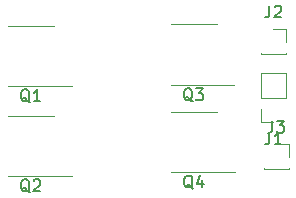
<source format=gbr>
%TF.GenerationSoftware,KiCad,Pcbnew,7.0.6*%
%TF.CreationDate,2023-10-15T16:26:04+03:00*%
%TF.ProjectId,MOSFET,4d4f5346-4554-42e6-9b69-6361645f7063,rev?*%
%TF.SameCoordinates,Original*%
%TF.FileFunction,Legend,Top*%
%TF.FilePolarity,Positive*%
%FSLAX46Y46*%
G04 Gerber Fmt 4.6, Leading zero omitted, Abs format (unit mm)*
G04 Created by KiCad (PCBNEW 7.0.6) date 2023-10-15 16:26:04*
%MOMM*%
%LPD*%
G01*
G04 APERTURE LIST*
%ADD10C,0.150000*%
%ADD11C,0.120000*%
G04 APERTURE END LIST*
D10*
X144666666Y-82704819D02*
X144666666Y-83419104D01*
X144666666Y-83419104D02*
X144619047Y-83561961D01*
X144619047Y-83561961D02*
X144523809Y-83657200D01*
X144523809Y-83657200D02*
X144380952Y-83704819D01*
X144380952Y-83704819D02*
X144285714Y-83704819D01*
X145666666Y-83704819D02*
X145095238Y-83704819D01*
X145380952Y-83704819D02*
X145380952Y-82704819D01*
X145380952Y-82704819D02*
X145285714Y-82847676D01*
X145285714Y-82847676D02*
X145190476Y-82942914D01*
X145190476Y-82942914D02*
X145095238Y-82990533D01*
X138179761Y-87450057D02*
X138084523Y-87402438D01*
X138084523Y-87402438D02*
X137989285Y-87307200D01*
X137989285Y-87307200D02*
X137846428Y-87164342D01*
X137846428Y-87164342D02*
X137751190Y-87116723D01*
X137751190Y-87116723D02*
X137655952Y-87116723D01*
X137703571Y-87354819D02*
X137608333Y-87307200D01*
X137608333Y-87307200D02*
X137513095Y-87211961D01*
X137513095Y-87211961D02*
X137465476Y-87021485D01*
X137465476Y-87021485D02*
X137465476Y-86688152D01*
X137465476Y-86688152D02*
X137513095Y-86497676D01*
X137513095Y-86497676D02*
X137608333Y-86402438D01*
X137608333Y-86402438D02*
X137703571Y-86354819D01*
X137703571Y-86354819D02*
X137894047Y-86354819D01*
X137894047Y-86354819D02*
X137989285Y-86402438D01*
X137989285Y-86402438D02*
X138084523Y-86497676D01*
X138084523Y-86497676D02*
X138132142Y-86688152D01*
X138132142Y-86688152D02*
X138132142Y-87021485D01*
X138132142Y-87021485D02*
X138084523Y-87211961D01*
X138084523Y-87211961D02*
X137989285Y-87307200D01*
X137989285Y-87307200D02*
X137894047Y-87354819D01*
X137894047Y-87354819D02*
X137703571Y-87354819D01*
X138989285Y-86688152D02*
X138989285Y-87354819D01*
X138751190Y-86307200D02*
X138513095Y-87021485D01*
X138513095Y-87021485D02*
X139132142Y-87021485D01*
X138154761Y-80065057D02*
X138059523Y-80017438D01*
X138059523Y-80017438D02*
X137964285Y-79922200D01*
X137964285Y-79922200D02*
X137821428Y-79779342D01*
X137821428Y-79779342D02*
X137726190Y-79731723D01*
X137726190Y-79731723D02*
X137630952Y-79731723D01*
X137678571Y-79969819D02*
X137583333Y-79922200D01*
X137583333Y-79922200D02*
X137488095Y-79826961D01*
X137488095Y-79826961D02*
X137440476Y-79636485D01*
X137440476Y-79636485D02*
X137440476Y-79303152D01*
X137440476Y-79303152D02*
X137488095Y-79112676D01*
X137488095Y-79112676D02*
X137583333Y-79017438D01*
X137583333Y-79017438D02*
X137678571Y-78969819D01*
X137678571Y-78969819D02*
X137869047Y-78969819D01*
X137869047Y-78969819D02*
X137964285Y-79017438D01*
X137964285Y-79017438D02*
X138059523Y-79112676D01*
X138059523Y-79112676D02*
X138107142Y-79303152D01*
X138107142Y-79303152D02*
X138107142Y-79636485D01*
X138107142Y-79636485D02*
X138059523Y-79826961D01*
X138059523Y-79826961D02*
X137964285Y-79922200D01*
X137964285Y-79922200D02*
X137869047Y-79969819D01*
X137869047Y-79969819D02*
X137678571Y-79969819D01*
X138440476Y-78969819D02*
X139059523Y-78969819D01*
X139059523Y-78969819D02*
X138726190Y-79350771D01*
X138726190Y-79350771D02*
X138869047Y-79350771D01*
X138869047Y-79350771D02*
X138964285Y-79398390D01*
X138964285Y-79398390D02*
X139011904Y-79446009D01*
X139011904Y-79446009D02*
X139059523Y-79541247D01*
X139059523Y-79541247D02*
X139059523Y-79779342D01*
X139059523Y-79779342D02*
X139011904Y-79874580D01*
X139011904Y-79874580D02*
X138964285Y-79922200D01*
X138964285Y-79922200D02*
X138869047Y-79969819D01*
X138869047Y-79969819D02*
X138583333Y-79969819D01*
X138583333Y-79969819D02*
X138488095Y-79922200D01*
X138488095Y-79922200D02*
X138440476Y-79874580D01*
X124364761Y-87770057D02*
X124269523Y-87722438D01*
X124269523Y-87722438D02*
X124174285Y-87627200D01*
X124174285Y-87627200D02*
X124031428Y-87484342D01*
X124031428Y-87484342D02*
X123936190Y-87436723D01*
X123936190Y-87436723D02*
X123840952Y-87436723D01*
X123888571Y-87674819D02*
X123793333Y-87627200D01*
X123793333Y-87627200D02*
X123698095Y-87531961D01*
X123698095Y-87531961D02*
X123650476Y-87341485D01*
X123650476Y-87341485D02*
X123650476Y-87008152D01*
X123650476Y-87008152D02*
X123698095Y-86817676D01*
X123698095Y-86817676D02*
X123793333Y-86722438D01*
X123793333Y-86722438D02*
X123888571Y-86674819D01*
X123888571Y-86674819D02*
X124079047Y-86674819D01*
X124079047Y-86674819D02*
X124174285Y-86722438D01*
X124174285Y-86722438D02*
X124269523Y-86817676D01*
X124269523Y-86817676D02*
X124317142Y-87008152D01*
X124317142Y-87008152D02*
X124317142Y-87341485D01*
X124317142Y-87341485D02*
X124269523Y-87531961D01*
X124269523Y-87531961D02*
X124174285Y-87627200D01*
X124174285Y-87627200D02*
X124079047Y-87674819D01*
X124079047Y-87674819D02*
X123888571Y-87674819D01*
X124698095Y-86770057D02*
X124745714Y-86722438D01*
X124745714Y-86722438D02*
X124840952Y-86674819D01*
X124840952Y-86674819D02*
X125079047Y-86674819D01*
X125079047Y-86674819D02*
X125174285Y-86722438D01*
X125174285Y-86722438D02*
X125221904Y-86770057D01*
X125221904Y-86770057D02*
X125269523Y-86865295D01*
X125269523Y-86865295D02*
X125269523Y-86960533D01*
X125269523Y-86960533D02*
X125221904Y-87103390D01*
X125221904Y-87103390D02*
X124650476Y-87674819D01*
X124650476Y-87674819D02*
X125269523Y-87674819D01*
X144666666Y-71954819D02*
X144666666Y-72669104D01*
X144666666Y-72669104D02*
X144619047Y-72811961D01*
X144619047Y-72811961D02*
X144523809Y-72907200D01*
X144523809Y-72907200D02*
X144380952Y-72954819D01*
X144380952Y-72954819D02*
X144285714Y-72954819D01*
X145095238Y-72050057D02*
X145142857Y-72002438D01*
X145142857Y-72002438D02*
X145238095Y-71954819D01*
X145238095Y-71954819D02*
X145476190Y-71954819D01*
X145476190Y-71954819D02*
X145571428Y-72002438D01*
X145571428Y-72002438D02*
X145619047Y-72050057D01*
X145619047Y-72050057D02*
X145666666Y-72145295D01*
X145666666Y-72145295D02*
X145666666Y-72240533D01*
X145666666Y-72240533D02*
X145619047Y-72383390D01*
X145619047Y-72383390D02*
X145047619Y-72954819D01*
X145047619Y-72954819D02*
X145666666Y-72954819D01*
X124364761Y-80150057D02*
X124269523Y-80102438D01*
X124269523Y-80102438D02*
X124174285Y-80007200D01*
X124174285Y-80007200D02*
X124031428Y-79864342D01*
X124031428Y-79864342D02*
X123936190Y-79816723D01*
X123936190Y-79816723D02*
X123840952Y-79816723D01*
X123888571Y-80054819D02*
X123793333Y-80007200D01*
X123793333Y-80007200D02*
X123698095Y-79911961D01*
X123698095Y-79911961D02*
X123650476Y-79721485D01*
X123650476Y-79721485D02*
X123650476Y-79388152D01*
X123650476Y-79388152D02*
X123698095Y-79197676D01*
X123698095Y-79197676D02*
X123793333Y-79102438D01*
X123793333Y-79102438D02*
X123888571Y-79054819D01*
X123888571Y-79054819D02*
X124079047Y-79054819D01*
X124079047Y-79054819D02*
X124174285Y-79102438D01*
X124174285Y-79102438D02*
X124269523Y-79197676D01*
X124269523Y-79197676D02*
X124317142Y-79388152D01*
X124317142Y-79388152D02*
X124317142Y-79721485D01*
X124317142Y-79721485D02*
X124269523Y-79911961D01*
X124269523Y-79911961D02*
X124174285Y-80007200D01*
X124174285Y-80007200D02*
X124079047Y-80054819D01*
X124079047Y-80054819D02*
X123888571Y-80054819D01*
X125269523Y-80054819D02*
X124698095Y-80054819D01*
X124983809Y-80054819D02*
X124983809Y-79054819D01*
X124983809Y-79054819D02*
X124888571Y-79197676D01*
X124888571Y-79197676D02*
X124793333Y-79292914D01*
X124793333Y-79292914D02*
X124698095Y-79340533D01*
X144916666Y-81704819D02*
X144916666Y-82419104D01*
X144916666Y-82419104D02*
X144869047Y-82561961D01*
X144869047Y-82561961D02*
X144773809Y-82657200D01*
X144773809Y-82657200D02*
X144630952Y-82704819D01*
X144630952Y-82704819D02*
X144535714Y-82704819D01*
X145297619Y-81704819D02*
X145916666Y-81704819D01*
X145916666Y-81704819D02*
X145583333Y-82085771D01*
X145583333Y-82085771D02*
X145726190Y-82085771D01*
X145726190Y-82085771D02*
X145821428Y-82133390D01*
X145821428Y-82133390D02*
X145869047Y-82181009D01*
X145869047Y-82181009D02*
X145916666Y-82276247D01*
X145916666Y-82276247D02*
X145916666Y-82514342D01*
X145916666Y-82514342D02*
X145869047Y-82609580D01*
X145869047Y-82609580D02*
X145821428Y-82657200D01*
X145821428Y-82657200D02*
X145726190Y-82704819D01*
X145726190Y-82704819D02*
X145440476Y-82704819D01*
X145440476Y-82704819D02*
X145345238Y-82657200D01*
X145345238Y-82657200D02*
X145297619Y-82609580D01*
D11*
%TO.C,J1*%
X146060000Y-79750000D02*
X143940000Y-79750000D01*
X143940000Y-81810000D02*
X143940000Y-80750000D01*
X146060000Y-79750000D02*
X146060000Y-77690000D01*
X143940000Y-79750000D02*
X143940000Y-77690000D01*
X146060000Y-77690000D02*
X143940000Y-77690000D01*
X145000000Y-81810000D02*
X143940000Y-81810000D01*
%TO.C,Q4*%
X138275000Y-86060000D02*
X141725000Y-86060000D01*
X138275000Y-86060000D02*
X136325000Y-86060000D01*
X138275000Y-80940000D02*
X140225000Y-80940000D01*
X138275000Y-80940000D02*
X136325000Y-80940000D01*
%TO.C,Q3*%
X138250000Y-78675000D02*
X141700000Y-78675000D01*
X138250000Y-78675000D02*
X136300000Y-78675000D01*
X138250000Y-73555000D02*
X140200000Y-73555000D01*
X138250000Y-73555000D02*
X136300000Y-73555000D01*
%TO.C,Q2*%
X124460000Y-86380000D02*
X127910000Y-86380000D01*
X124460000Y-86380000D02*
X122510000Y-86380000D01*
X124460000Y-81260000D02*
X126410000Y-81260000D01*
X124460000Y-81260000D02*
X122510000Y-81260000D01*
%TO.C,J2*%
X143940000Y-75940000D02*
X143940000Y-76060000D01*
X143940000Y-76060000D02*
X146060000Y-76060000D01*
X145000000Y-73940000D02*
X146060000Y-73940000D01*
X146060000Y-73940000D02*
X146060000Y-75000000D01*
X146060000Y-75940000D02*
X146060000Y-76060000D01*
%TO.C,Q1*%
X124460000Y-78760000D02*
X127910000Y-78760000D01*
X124460000Y-78760000D02*
X122510000Y-78760000D01*
X124460000Y-73640000D02*
X126410000Y-73640000D01*
X124460000Y-73640000D02*
X122510000Y-73640000D01*
%TO.C,J3*%
X144190000Y-85690000D02*
X144190000Y-85810000D01*
X144190000Y-85810000D02*
X146310000Y-85810000D01*
X145250000Y-83690000D02*
X146310000Y-83690000D01*
X146310000Y-83690000D02*
X146310000Y-84750000D01*
X146310000Y-85690000D02*
X146310000Y-85810000D01*
%TD*%
M02*

</source>
